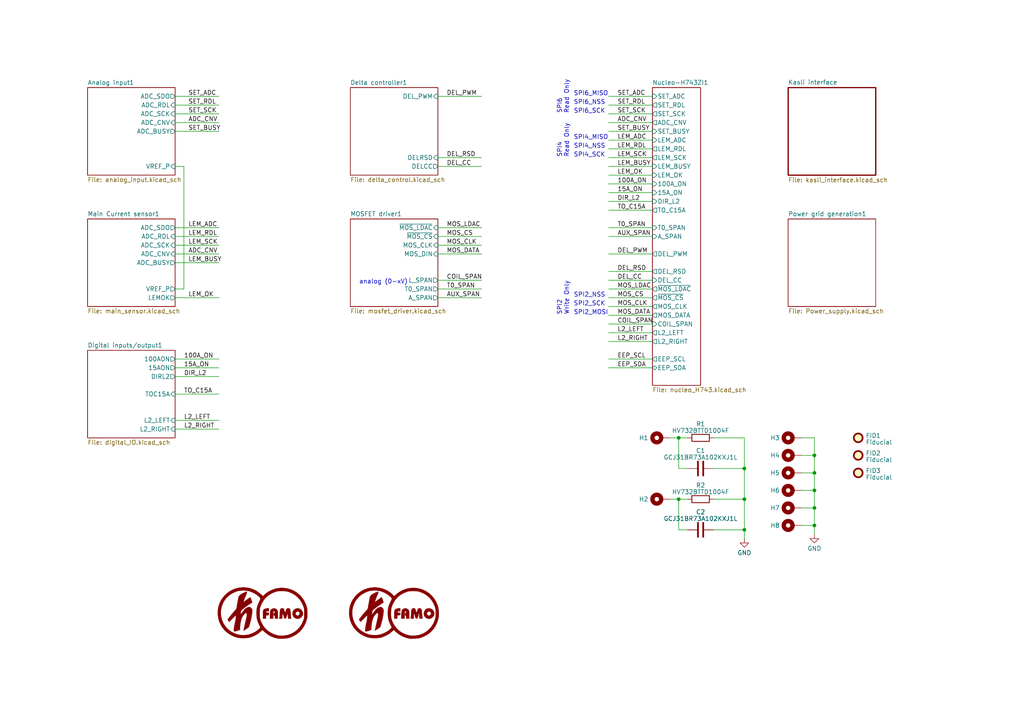
<source format=kicad_sch>
(kicad_sch (version 20230121) (generator eeschema)
  (paper "A4")
  (title_block (title "MOT coils current 100A controller ") (date "2023-11-27") (rev "2_Artiq") (company "Nicolaus Copernicus University in Toruń") (comment 1 "KL FAMO") (comment 2 "Kasli / Sinara compatible version") (comment 4 "designed by Adam Ledziński"))
  (lib_symbols
    (symbol "Device:C" (pin_numbers hide) (pin_names (offset 0.254))
      (property "Reference" "C" (at 0.635 2.54 0))
      (property "Value" "C" (at 0.635 -2.54 0))
      (symbol "C_0_1"
        (polyline (pts (xy -2.032 -0.762) (xy 2.032 -0.762)) (stroke (width 0.508)))
        (polyline (pts (xy -2.032 0.762) (xy 2.032 0.762)) (stroke (width 0.508)))
      )
      (symbol "C_1_1"
        (pin passive line (at 0 3.81 270) (length 2.794) (name "~") (number "1"))
        (pin passive line (at 0 -3.81 90) (length 2.794) (name "~") (number "2"))
      )
    )
    (symbol "Device:R" (pin_numbers hide) (pin_names (offset 0))
      (property "Reference" "R" (at 2.032 0 90))
      (property "Value" "R" (at 0 0 90))
      (symbol "R_0_1"
        (rectangle (start -1.016 -2.54) (end 1.016 2.54) (stroke (width 0.254)))
      )
      (symbol "R_1_1"
        (pin passive line (at 0 3.81 270) (length 1.27) (name "~") (number "1"))
        (pin passive line (at 0 -3.81 90) (length 1.27) (name "~") (number "2"))
      )
    )
    (symbol "Mechanical:Fiducial"
      (property "Reference" "FID" (at 0 5.08 0))
      (property "Value" "Fiducial" (at 0 3.175 0))
      (symbol "Fiducial_0_1"
        (circle (center 0 0) (radius 1.27) (stroke (width 0.508)) (fill (type background)))
      )
    )
    (symbol "Mechanical:MountingHole_Pad" (pin_numbers hide) (pin_names (offset 1.016) hide)
      (property "Reference" "H" (at 0 6.35 0))
      (property "Value" "MountingHole_Pad" (at 0 4.445 0))
      (symbol "MountingHole_Pad_0_1"
        (circle (center 0 1.27) (radius 1.27) (stroke (width 1.27)))
      )
      (symbol "MountingHole_Pad_1_1"
        (pin input line (at 0 -2.54 90) (length 2.54) (name "1") (number "1"))
      )
    )
    (symbol "ff:KL_FAMO_LOGO" (pin_numbers hide) (pin_names (offset 0) hide) (in_bom no)
      (symbol "KL_FAMO_LOGO_0_0"
        (polyline (pts (xy 0.9483 -1.1218) (xy 0.9737 -0.635) (xy 1.3759 -0.6092) (xy 1.778 -0.5834) (xy 1.778 -0.2493) (xy 1.778 0.0847) (xy 1.4061 0.0847) (xy 1.3336 0.0867) (xy 1.0756 0.1426) (xy 0.9573 0.2494) (xy 0.9772 0.3727) (xy 1.1338 0.4777) (xy 1.4256 0.5299) (xy 1.778 0.544) (xy 1.778 0.9493) (xy 1.778 1.3547) (xy 1.4605 1.3527) (xy 1.4269 1.3523) (xy 0.9405 1.3004) (xy 0.5452 1.1705) (xy 0.2752 0.9734) (xy 0.2003 0.8761) (xy 0.1473 0.765) (xy 0.1135 0.6105) (xy 0.0946 0.3812) (xy 0.0865 0.0455) (xy 0.0847 -0.428) (xy 0.0847 -1.6087) (xy 0.5038 -1.6087) (xy 0.9229 -1.6087) (xy 0.9483 -1.1218)) (stroke (width 0.01)) (fill (type outline)))
        (polyline (pts (xy 10.3525 -1.6546) (xy 10.8072 -1.4892) (xy 11.2412 -1.1628) (xy 11.2416 -1.1624) (xy 11.5168 -0.794) (xy 11.6479 -0.3875) (xy 11.6472 0.0305) (xy 11.5267 0.433) (xy 11.2989 0.7933) (xy 10.9759 1.0845) (xy 10.5699 1.28) (xy 10.0931 1.3528) (xy 9.6469 1.2866) (xy 9.2377 1.0797) (xy 8.9181 0.7544) (xy 8.7102 0.3336) (xy 8.6471 -0.086) (xy 9.5053 -0.086) (xy 9.6247 0.1721) (xy 9.7792 0.3563) (xy 10.0458 0.4717) (xy 10.3607 0.4275) (xy 10.5863 0.284) (xy 10.7247 0.0421) (xy 10.7245 -0.245) (xy 10.5772 -0.5389) (xy 10.3899 -0.7046) (xy 10.1177 -0.762) (xy 9.8715 -0.7172) (xy 9.6582 -0.5389) (xy 9.643 -0.5194) (xy 9.5103 -0.2938) (xy 9.5053 -0.086) (xy 8.6471 -0.086) (xy 8.636 -0.1598) (xy 8.6638 -0.4907) (xy 8.8221 -0.9365) (xy 9.1227 -1.2911) (xy 9.568 -1.5584) (xy 9.8892 -1.6559) (xy 10.3525 -1.6546)) (stroke (width 0.01)) (fill (type outline)))
        (polyline (pts (xy 3.048 -0.5594) (xy 3.0481 -0.4399) (xy 3.0523 -0.0315) (xy 3.0652 0.2428) (xy 3.0906 0.4115) (xy 3.1323 0.5031) (xy 3.1939 0.5459) (xy 3.2933 0.5572) (xy 3.4479 0.4541) (xy 3.5333 0.2992) (xy 3.5318 0.1248) (xy 3.3867 0.0245) (xy 3.2927 -0.0215) (xy 3.233 -0.1463) (xy 3.2174 -0.3909) (xy 3.2174 -0.4009) (xy 3.2299 -0.6304) (xy 3.2798 -0.7363) (xy 3.3867 -0.762) (xy 3.4258 -0.7638) (xy 3.5093 -0.8048) (xy 3.5471 -0.9314) (xy 3.556 -1.1853) (xy 3.556 -1.6087) (xy 3.9794 -1.6087) (xy 4.4027 -1.6087) (xy 4.4027 -0.5899) (xy 4.4024 -0.4879) (xy 4.3868 0.0652) (xy 4.3466 0.4641) (xy 4.2808 0.7205) (xy 4.2481 0.7908) (xy 4.0124 1.0864) (xy 3.6906 1.2731) (xy 3.3215 1.3481) (xy 2.9442 1.3083) (xy 2.5976 1.1506) (xy 2.3205 0.8722) (xy 2.2551 0.7511) (xy 2.2051 0.5828) (xy 2.1707 0.3419) (xy 2.1472 -0.0039) (xy 2.1303 -0.4868) (xy 2.1001 -1.6087) (xy 2.574 -1.6087) (xy 3.048 -1.6087) (xy 3.048 -0.5594)) (stroke (width 0.01)) (fill (type outline)))
        (polyline (pts (xy 5.7129 -0.8042) (xy 5.7529 -0.3928) (xy 5.7989 -0.1444) (xy 5.85 -0.0623) (xy 5.9057 -0.1476) (xy 5.9653 -0.4012) (xy 5.9898 -0.5235) (xy 6.0639 -0.8399) (xy 6.1502 -1.1642) (xy 6.1757 -1.2506) (xy 6.2596 -1.4751) (xy 6.3493 -1.5817) (xy 6.4727 -1.6087) (xy 6.5583 -1.6029) (xy 6.6961 -1.5457) (xy 6.8021 -1.4043) (xy 6.8931 -1.1507) (xy 6.9861 -0.7569) (xy 6.9907 -0.7353) (xy 7.0779 -0.375) (xy 7.1571 -0.1372) (xy 7.2218 -0.0326) (xy 7.2654 -0.0723) (xy 7.2814 -0.267) (xy 7.2859 -0.4316) (xy 7.3057 -0.7504) (xy 7.3357 -1.0882) (xy 7.3901 -1.6087) (xy 7.8112 -1.6087) (xy 8.2322 -1.6087) (xy 8.182 -1.1642) (xy 8.1518 -0.8711) (xy 8.1157 -0.4753) (xy 8.0837 -0.0847) (xy 8.0661 0.1371) (xy 8.0183 0.6057) (xy 7.9582 0.9372) (xy 7.8741 1.1546) (xy 7.7544 1.2812) (xy 7.5876 1.3402) (xy 7.3619 1.3547) (xy 7.2872 1.3525) (xy 7.0734 1.3033) (xy 6.9176 1.1682) (xy 6.7972 0.9193) (xy 6.6898 0.5292) (xy 6.6439 0.3527) (xy 6.5767 0.1597) (xy 6.5248 0.0847) (xy 6.4757 0.1519) (xy 6.3997 0.3421) (xy 6.3158 0.6121) (xy 6.2373 0.87) (xy 6.1483 1.1127) (xy 6.0799 1.2471) (xy 6.047 1.2733) (xy 5.8693 1.3315) (xy 5.6222 1.3547) (xy 5.6011 1.3546) (xy 5.3918 1.331) (xy 5.2373 1.2511) (xy 5.1272 1.0921) (xy 5.0511 0.8315) (xy 4.9986 0.4468) (xy 4.9594 -0.0847) (xy 4.9373 -0.4279) (xy 4.9076 -0.8202) (xy 4.8787 -1.1378) (xy 4.8545 -1.3335) (xy 4.8072 -1.6087) (xy 5.2299 -1.6087) (xy 5.6525 -1.6087) (xy 5.7129 -0.8042)) (stroke (width 0.01)) (fill (type outline)))
        (polyline (pts (xy -8.0102 -5.3085) (xy -7.7218 -5.2377) (xy -7.3025 -5.1077) (xy -6.604 -4.8808) (xy -6.604 -4.4067) (xy -6.5857 -3.8803) (xy -6.501 -3.1073) (xy -6.3563 -2.354) (xy -6.1618 -1.6693) (xy -5.9274 -1.1022) (xy -5.8029 -0.8982) (xy -5.611 -0.6395) (xy -5.3904 -0.3761) (xy -5.173 -0.1439) (xy -4.9903 0.0216) (xy -4.8741 0.0847) (xy -4.8079 0.0577) (xy -4.6954 -0.0881) (xy -4.6075 -0.3094) (xy -4.572 -0.5478) (xy -4.572 -0.5521) (xy -4.5928 -0.717) (xy -4.646 -1.0049) (xy -4.7238 -1.3766) (xy -4.8183 -1.7927) (xy -4.897 -2.1298) (xy -5.0335 -2.7272) (xy -5.1709 -3.3402) (xy -5.2887 -3.8787) (xy -5.2941 -3.9038) (xy -5.3837 -4.3117) (xy -5.4648 -4.6652) (xy -5.5285 -4.9272) (xy -5.5661 -5.0605) (xy -5.5273 -5.0721) (xy -5.3761 -4.9994) (xy -5.1364 -4.8544) (xy -4.833 -4.6506) (xy -4.0463 -4.1014) (xy -3.757 -3.1725) (xy -3.7255 -3.0698) (xy -3.5509 -2.442) (xy -3.3907 -1.772) (xy -3.2524 -1.1004) (xy -3.1441 -0.4678) (xy -3.0733 0.0853) (xy -3.048 0.5181) (xy -3.0551 0.8333) (xy -3.0892 1.0486) (xy -3.1685 1.2155) (xy -3.3114 1.3948) (xy -3.3903 1.4785) (xy -3.5916 1.6507) (xy -3.7559 1.7402) (xy -3.7755 1.7443) (xy -4.0186 1.7313) (xy -4.3361 1.6404) (xy -4.6718 1.4917) (xy -4.9695 1.3055) (xy -5.0112 1.273) (xy -5.1266 1.1734) (xy -5.2491 1.0471) (xy -5.3971 0.872) (xy -5.5887 0.6257) (xy -5.8421 0.286) (xy -6.1756 -0.1693) (xy -6.4534 -0.5503) (xy -6.3967 -0.0142) (xy -6.3626 0.243) (xy -6.3088 0.5248) (xy -6.2545 0.7055) (xy -6.2189 0.757) (xy -6.0538 0.9218) (xy -5.7843 1.1524) (xy -5.4348 1.4303) (xy -5.0298 1.7366) (xy -4.5936 2.0528) (xy -4.1508 2.3601) (xy -3.7257 2.6398) (xy -3.0688 3.0579) (xy -3.2188 3.5398) (xy -3.2845 3.7435) (xy -3.393 4.0576) (xy -3.4836 4.2949) (xy -3.5983 4.5681) (xy -4.2333 4.1351) (xy -4.3209 4.0748) (xy -4.6593 3.8316) (xy -4.9724 3.5929) (xy -5.2021 3.4029) (xy -5.3385 3.2902) (xy -5.493 3.1926) (xy -5.5649 3.1905) (xy -5.5665 3.2015) (xy -5.5406 3.3426) (xy -5.4663 3.5955) (xy -5.3572 3.9226) (xy -5.2268 4.2862) (xy -5.0883 4.6486) (xy -4.9554 4.9721) (xy -4.8414 5.2191) (xy -4.7594 5.3994) (xy -4.6631 5.6753) (xy -4.6032 5.9268) (xy -4.5894 6.1099) (xy -4.6312 6.1807) (xy -4.7375 6.1603) (xy -4.9788 6.0777) (xy -5.2902 5.9501) (xy -5.6263 5.7975) (xy -5.9416 5.6398) (xy -6.1906 5.497) (xy -6.5033 5.2768) (xy -6.7993 4.9892) (xy -6.979 4.6762) (xy -7.0698 4.3004) (xy -7.0836 4.2035) (xy -7.1387 3.8676) (xy -7.2125 3.4599) (xy -7.2928 3.048) (xy -7.3212 2.9063) (xy -7.4045 2.4678) (xy -7.4792 2.0454) (xy -7.5319 1.7136) (xy -7.541 1.6517) (xy -7.5838 1.4206) (xy -7.6485 1.2345) (xy -7.7589 1.0515) (xy -7.9389 0.83) (xy -8.2127 0.5283) (xy -8.3803 0.342) (xy -8.7252 -0.0594) (xy -9.1085 -0.5228) (xy -9.4924 -1.0011) (xy -9.8388 -1.4475) (xy -10.1098 -1.815) (xy -10.1194 -1.8319) (xy -10.1023 -1.9897) (xy -9.9476 -2.2371) (xy -9.7086 -2.5504) (xy -8.7805 -1.6138) (xy -8.5937 -1.4266) (xy -8.2916 -1.1297) (xy -8.0424 -0.8922) (xy -7.8678 -0.7345) (xy -7.7896 -0.6773) (xy -7.7709 -0.6901) (xy -7.7466 -0.8248) (xy -7.752 -1.0802) (xy -7.7836 -1.4243) (xy -7.8381 -1.8249) (xy -7.912 -2.2499) (xy -8.0018 -2.667) (xy -8.0584 -2.9139) (xy -8.157 -3.4003) (xy -8.242 -3.8895) (xy -8.3087 -4.348) (xy -8.3525 -4.7422) (xy -8.3688 -5.0385) (xy -8.3529 -5.203) (xy -8.3014 -5.2821) (xy -8.1945 -5.3225) (xy -8.0102 -5.3085)) (stroke (width 0.01)) (fill (type outline)))
        (polyline (pts (xy 5.7574 -7.4123) (xy 6.2322 -7.3965) (xy 6.7438 -7.3586) (xy 7.1755 -7.2957) (xy 7.5777 -7.202) (xy 7.7207 -7.1599) (xy 8.3327 -6.9314) (xy 8.9838 -6.6244) (xy 9.6095 -6.2715) (xy 10.1454 -5.9052) (xy 10.7237 -5.4036) (xy 11.4327 -4.6059) (xy 12.0293 -3.7038) (xy 12.4982 -2.7213) (xy 12.8244 -1.6824) (xy 12.8867 -1.3351) (xy 12.9396 -0.7581) (xy 12.9559 -0.1157) (xy 12.9361 0.5346) (xy 12.8807 1.1353) (xy 12.7904 1.6287) (xy 12.5785 2.324) (xy 12.135 3.3359) (xy 11.5656 4.2509) (xy 10.883 5.0608) (xy 10.1 5.7579) (xy 9.2293 6.3339) (xy 8.2839 6.781) (xy 7.2765 7.0911) (xy 6.2198 7.2562) (xy 5.1268 7.2683) (xy 4.0101 7.1195) (xy 3.9604 7.109) (xy 3.189 6.8872) (xy 2.4044 6.5626) (xy 1.6523 6.1597) (xy 0.9783 5.7025) (xy 0.4279 5.2153) (xy 0.3237 5.1121) (xy 0.1521 4.9675) (xy 0.0447 4.9107) (xy 0.041 4.911) (xy -0.066 4.9755) (xy -0.248 5.1307) (xy -0.4678 5.3451) (xy -0.612 5.4886) (xy -1.3814 6.1168) (xy -2.2595 6.6355) (xy -3.2209 7.0339) (xy -4.2401 7.301) (xy -5.2916 7.4258) (xy -5.6833 7.4341) (xy -6.7847 7.3462) (xy -7.8493 7.0975) (xy -8.8619 6.6937) (xy -9.8072 6.1404) (xy -10.67 5.4431) (xy -11.2774 4.811) (xy -11.9405 3.9208) (xy -12.447 2.9676) (xy -12.7958 1.9539) (xy -12.9858 0.8824) (xy -13.0114 -0.076) (xy -12.1703 -0.076) (xy -12.1186 0.8885) (xy -11.9258 1.8359) (xy -11.5936 2.7488) (xy -11.1237 3.6097) (xy -10.5176 4.4011) (xy -9.7769 5.1054) (xy -9.5158 5.2999) (xy -8.9637 5.6422) (xy -8.344 5.9609) (xy -7.7198 6.2249) (xy -7.1543 6.4028) (xy -7.1072 6.4138) (xy -6.5648 6.4989) (xy -5.9314 6.5406) (xy -5.2706 6.5391) (xy -4.6461 6.494) (xy -4.1216 6.4055) (xy -3.5754 6.2438) (xy -2.6914 5.8671) (xy -1.8536 5.3734) (xy -1.1163 4.7919) (xy -1.056 4.7364) (xy -0.8356 4.523) (xy -0.7038 4.3483) (xy -0.6582 4.1741) (xy -0.696 3.9625) (xy -0.8148 3.6755) (xy -1.0117 3.2749) (xy -1.0412 3.2157) (xy -1.3539 2.5348) (xy -1.573 1.9218) (xy -1.7122 1.3194) (xy -1.7851 0.6697) (xy -1.8052 -0.0847) (xy -1.793 -0.5403) (xy -0.9163 -0.5403) (xy -0.9123 0.1693) (xy -0.9094 0.2643) (xy -0.8895 0.7401) (xy -0.8595 1.1026) (xy -0.8121 1.3997) (xy -0.7401 1.6794) (xy -0.6361 1.9897) (xy -0.268 2.8444) (xy 0.2813 3.7424) (xy 0.9544 4.5263) (xy 1.7468 5.192) (xy 2.6543 5.7352) (xy 3.6723 6.1517) (xy 3.7414 6.1741) (xy 4.0442 6.2633) (xy 4.3236 6.3228) (xy 4.6278 6.3589) (xy 5.005 6.3775) (xy 5.5034 6.3848) (xy 5.9248 6.3844) (xy 6.3444 6.3714) (xy 6.6821 6.3399) (xy 6.9864 6.2847) (xy 7.306 6.2011) (xy 7.4447 6.1594) (xy 8.4478 5.763) (xy 9.3519 5.2317) (xy 10.1492 4.5728) (xy 10.832 3.7938) (xy 11.3924 2.9021) (xy 11.8227 1.905) (xy 11.8355 1.8678) (xy 11.9229 1.5992) (xy 11.9839 1.3611) (xy 12.0233 1.1137) (xy 12.0459 0.8169) (xy 12.0563 0.4308) (xy 12.0594 -0.0847) (xy 12.0596 -0.2005) (xy 12.0572 -0.6843) (xy 12.0464 -1.0465) (xy 12.0225 -1.3269) (xy 11.9807 -1.5652) (xy 11.9164 -1.8011) (xy 11.8249 -2.0743) (xy 11.4256 -3.0131) (xy 10.8756 -3.9172) (xy 10.2065 -4.7036) (xy 9.4234 -5.3675) (xy 8.5313 -5.9038) (xy 7.5354 -6.3077) (xy 7.4116 -6.345) (xy 6.8146 -6.4749) (xy 6.1447 -6.5566) (xy 5.4598 -6.5871) (xy 4.8175 -6.5632) (xy 4.2757 -6.482) (xy 3.3661 -6.2122) (xy 2.3919 -5.7741) (xy 1.5272 -5.2082) (xy 0.7748 -4.5167) (xy 0.1372 -3.7016) (xy -0.3828 -2.7651) (xy -0.4058 -2.7152) (xy -0.6304 -2.1716) (xy -0.7844 -1.661) (xy -0.8767 -1.1338) (xy -0.9163 -0.5403) (xy -1.793 -0.5403) (xy -1.7874 -0.7503) (xy -1.7172 -1.4265) (xy -1.5809 -2.0478) (xy -1.3652 -2.6732) (xy -1.0564 -3.3616) (xy -0.9438 -3.5956) (xy -0.8063 -3.8893) (xy -0.7122 -4.1005) (xy -0.6773 -4.1947) (xy -0.7168 -4.2649) (xy -0.8597 -4.4237) (xy -1.0757 -4.6328) (xy -1.3317 -4.8617) (xy -1.5944 -5.0797) (xy -1.8307 -5.2565) (xy -1.8529 -5.2717) (xy -2.5537 -5.6832) (xy -3.3288 -6.0279) (xy -4.0947 -6.2683) (xy -4.1662 -6.2848) (xy -4.8997 -6.3957) (xy -5.7007 -6.4288) (xy -6.4964 -6.3842) (xy -7.2142 -6.2619) (xy -7.3797 -6.2185) (xy -8.2846 -5.8859) (xy -9.154 -5.4112) (xy -9.951 -4.8176) (xy -10.6388 -4.128) (xy -10.9342 -3.7537) (xy -11.463 -2.8963) (xy -11.8442 -1.9859) (xy -12.0794 -1.0399) (xy -12.1703 -0.076) (xy -13.0114 -0.076) (xy -13.0159 -0.2444) (xy -12.9926 -0.6271) (xy -12.8699 -1.5314) (xy -12.6442 -2.3618) (xy -12.2996 -3.1685) (xy -11.82 -4.0017) (xy -11.6373 -4.272) (xy -10.9638 -5.0743) (xy -10.164 -5.7779) (xy -9.2548 -6.3693) (xy -8.2532 -6.8349) (xy -7.825 -6.9863) (xy -7.2492 -7.141) (xy -6.66 -7.2339) (xy -6.007 -7.2721) (xy -5.24 -7.2629) (xy -4.8772 -7.2472) (xy -4.4387 -7.2158) (xy -4.0872 -7.1685) (xy -3.7729 -7.0979) (xy -3.4465 -6.9968) (xy -3.1443 -6.8889) (xy -2.1455 -6.4463) (xy -1.2685 -5.909) (xy -0.4911 -5.2639) (xy -0.0933 -4.8832) (xy 0.4566 -5.3976) (xy 0.485 -5.424) (xy 1.3619 -6.1381) (xy 2.2934 -6.6979) (xy 3.3002 -7.1139) (xy 4.4027 -7.3966) (xy 4.4206 -7.3993) (xy 4.6088 -7.4115) (xy 4.9202 -7.4181) (xy 5.3161 -7.4185) (xy 5.7574 -7.4123)) (stroke (width 0.01)) (fill (type outline)))
      )
    )
    (symbol "power:GND" (power) (pin_names (offset 0))
      (property "Value" "GND" (at 0 -3.81 0))
      (symbol "GND_0_1"
        (polyline (pts (xy 0 0) (xy 0 -1.27) (xy 1.27 -1.27) (xy 0 -2.54) (xy -1.27 -1.27) (xy 0 -1.27)))
      )
      (symbol "GND_1_1"
        (pin power_in line (at 0 0 270) (length 0) hide (name "GND") (number "1"))
      )
    )
  )
  (junction (at 196.85 127))
  (junction (at 236.22 142.24))
  (junction (at 236.22 137.16))
  (junction (at 215.9 135.89))
  (junction (at 196.85 144.78))
  (junction (at 215.9 153.67))
  (junction (at 236.22 152.4))
  (junction (at 236.22 147.32))
  (junction (at 215.9 144.78))
  (junction (at 236.22 132.08))
  (wire (pts (xy 196.85 135.89) (xy 196.85 127)))
  (wire (pts (xy 232.41 142.24) (xy 236.22 142.24)))
  (wire (pts (xy 139.7 66.04) (xy 127 66.04)))
  (wire (pts (xy 127 83.82) (xy 139.7 83.82)))
  (wire (pts (xy 194.31 127) (xy 196.85 127)))
  (wire (pts (xy 176.53 35.56) (xy 189.23 35.56)))
  (wire (pts (xy 189.23 99.06) (xy 176.53 99.06)))
  (wire (pts (xy 215.9 156.21) (xy 215.9 153.67)))
  (wire (pts (xy 50.8 35.56) (xy 63.5 35.56)))
  (wire (pts (xy 139.7 68.58) (xy 127 68.58)))
  (wire (pts (xy 63.5 106.68) (xy 50.8 106.68)))
  (wire (pts (xy 232.41 127) (xy 236.22 127)))
  (wire (pts (xy 236.22 142.24) (xy 236.22 147.32)))
  (wire (pts (xy 53.34 83.82) (xy 53.34 48.26)))
  (wire (pts (xy 196.85 144.78) (xy 199.39 144.78)))
  (wire (pts (xy 63.5 38.1) (xy 50.8 38.1)))
  (wire (pts (xy 63.5 114.3) (xy 50.8 114.3)))
  (wire (pts (xy 189.23 48.26) (xy 176.53 48.26)))
  (wire (pts (xy 139.7 48.26) (xy 127 48.26)))
  (wire (pts (xy 189.23 60.96) (xy 176.53 60.96)))
  (wire (pts (xy 139.7 27.94) (xy 127 27.94)))
  (wire (pts (xy 63.5 109.22) (xy 50.8 109.22)))
  (wire (pts (xy 232.41 147.32) (xy 236.22 147.32)))
  (wire (pts (xy 189.23 53.34) (xy 176.53 53.34)))
  (wire (pts (xy 189.23 91.44) (xy 176.53 91.44)))
  (wire (pts (xy 189.23 38.1) (xy 176.53 38.1)))
  (wire (pts (xy 50.8 33.02) (xy 63.5 33.02)))
  (wire (pts (xy 139.7 81.28) (xy 127 81.28)))
  (wire (pts (xy 176.53 106.68) (xy 189.23 106.68)))
  (wire (pts (xy 236.22 154.94) (xy 236.22 152.4)))
  (wire (pts (xy 232.41 132.08) (xy 236.22 132.08)))
  (wire (pts (xy 50.8 73.66) (xy 63.5 73.66)))
  (wire (pts (xy 176.53 104.14) (xy 189.23 104.14)))
  (wire (pts (xy 127 86.36) (xy 139.7 86.36)))
  (wire (pts (xy 176.53 45.72) (xy 189.23 45.72)))
  (wire (pts (xy 215.9 135.89) (xy 215.9 144.78)))
  (wire (pts (xy 63.5 104.14) (xy 50.8 104.14)))
  (wire (pts (xy 207.01 144.78) (xy 215.9 144.78)))
  (wire (pts (xy 207.01 127) (xy 215.9 127)))
  (wire (pts (xy 207.01 153.67) (xy 215.9 153.67)))
  (wire (pts (xy 176.53 68.58) (xy 189.23 68.58)))
  (wire (pts (xy 189.23 96.52) (xy 176.53 96.52)))
  (wire (pts (xy 215.9 127) (xy 215.9 135.89)))
  (wire (pts (xy 50.8 30.48) (xy 63.5 30.48)))
  (wire (pts (xy 189.23 78.74) (xy 176.53 78.74)))
  (wire (pts (xy 50.8 68.58) (xy 63.5 68.58)))
  (wire (pts (xy 199.39 153.67) (xy 196.85 153.67)))
  (wire (pts (xy 189.23 58.42) (xy 176.53 58.42)))
  (wire (pts (xy 63.5 27.94) (xy 50.8 27.94)))
  (wire (pts (xy 176.53 33.02) (xy 189.23 33.02)))
  (wire (pts (xy 194.31 144.78) (xy 196.85 144.78)))
  (wire (pts (xy 196.85 153.67) (xy 196.85 144.78)))
  (wire (pts (xy 236.22 152.4) (xy 232.41 152.4)))
  (wire (pts (xy 176.53 30.48) (xy 189.23 30.48)))
  (wire (pts (xy 50.8 83.82) (xy 53.34 83.82)))
  (wire (pts (xy 196.85 127) (xy 199.39 127)))
  (wire (pts (xy 189.23 88.9) (xy 176.53 88.9)))
  (wire (pts (xy 236.22 147.32) (xy 236.22 152.4)))
  (wire (pts (xy 189.23 86.36) (xy 176.53 86.36)))
  (wire (pts (xy 63.5 86.36) (xy 50.8 86.36)))
  (wire (pts (xy 50.8 71.12) (xy 63.5 71.12)))
  (wire (pts (xy 139.7 73.66) (xy 127 73.66)))
  (wire (pts (xy 176.53 43.18) (xy 189.23 43.18)))
  (wire (pts (xy 189.23 83.82) (xy 176.53 83.82)))
  (wire (pts (xy 199.39 135.89) (xy 196.85 135.89)))
  (wire (pts (xy 176.53 66.04) (xy 189.23 66.04)))
  (wire (pts (xy 63.5 76.2) (xy 50.8 76.2)))
  (wire (pts (xy 63.5 124.46) (xy 50.8 124.46)))
  (wire (pts (xy 189.23 40.64) (xy 176.53 40.64)))
  (wire (pts (xy 189.23 93.98) (xy 176.53 93.98)))
  (wire (pts (xy 63.5 121.92) (xy 50.8 121.92)))
  (wire (pts (xy 236.22 132.08) (xy 236.22 137.16)))
  (wire (pts (xy 236.22 127) (xy 236.22 132.08)))
  (wire (pts (xy 189.23 50.8) (xy 176.53 50.8)))
  (wire (pts (xy 189.23 81.28) (xy 176.53 81.28)))
  (wire (pts (xy 232.41 137.16) (xy 236.22 137.16)))
  (wire (pts (xy 189.23 55.88) (xy 176.53 55.88)))
  (wire (pts (xy 215.9 144.78) (xy 215.9 153.67)))
  (wire (pts (xy 189.23 27.94) (xy 176.53 27.94)))
  (wire (pts (xy 63.5 66.04) (xy 50.8 66.04)))
  (wire (pts (xy 236.22 137.16) (xy 236.22 142.24)))
  (wire (pts (xy 207.01 135.89) (xy 215.9 135.89)))
  (wire (pts (xy 139.7 45.72) (xy 127 45.72)))
  (wire (pts (xy 53.34 48.26) (xy 50.8 48.26)))
  (wire (pts (xy 139.7 71.12) (xy 127 71.12)))
  (wire (pts (xy 189.23 73.66) (xy 176.53 73.66)))
  (text "SPI6_MISO" (at 166.37 27.94 0) (effects (font (size 1.27 1.27)) (justify left bottom)))
  (text "SPI2_NSS" (at 166.37 86.36 0) (effects (font (size 1.27 1.27)) (justify left bottom)))
  (text "SPI2\nWrite Only" (at 165.1 91.44 90) (effects (font (size 1.27 1.27)) (justify left bottom)))
  (text "SPI4\nRead Only" (at 165.1 45.72 90) (effects (font (size 1.27 1.27)) (justify left bottom)))
  (text "SPI2_MOSI" (at 166.37 91.44 0) (effects (font (size 1.27 1.27)) (justify left bottom)))
  (text "SPI2_SCK" (at 166.37 88.9 0) (effects (font (size 1.27 1.27)) (justify left bottom)))
  (text "SPI4_MISO" (at 166.37 40.64 0) (effects (font (size 1.27 1.27)) (justify left bottom)))
  (text "SPI4_SCK" (at 166.37 45.72 0) (effects (font (size 1.27 1.27)) (justify left bottom)))
  (text "SPI6_NSS" (at 166.37 30.48 0) (effects (font (size 1.27 1.27)) (justify left bottom)))
  (text "analog (0-xV)" (at 104.14 82.55 0) (effects (font (size 1.27 1.27)) (justify left bottom)))
  (text "SPI6_SCK" (at 166.37 33.02 0) (effects (font (size 1.27 1.27)) (justify left bottom)))
  (text "SPI6\nRead Only" (at 165.1 33.02 90) (effects (font (size 1.27 1.27)) (justify left bottom)))
  (text "SPI4_NSS" (at 166.37 43.18 0) (effects (font (size 1.27 1.27)) (justify left bottom)))
  (label "MOS_CLK" (at 129.54 71.12 0))
  (label "LEM_OK" (at 179.07 50.8 0))
  (label "LEM_OK" (at 54.61 86.36 0))
  (label "L2_LEFT" (at 53.34 121.92 0))
  (label "SET_BUSY" (at 179.07 38.1 0))
  (label "EEP_SCL" (at 179.07 104.14 0))
  (label "DIR_L2" (at 179.07 58.42 0))
  (label "LEM_BUSY" (at 54.61 76.2 0))
  (label "MOS_LDAC" (at 179.07 83.82 0))
  (label "15A_ON" (at 53.34 106.68 0))
  (label "L2_RIGHT" (at 179.07 99.06 0))
  (label "L2_LEFT" (at 179.07 96.52 0))
  (label "ADC_CNV" (at 179.07 35.56 0))
  (label "100A_ON" (at 53.34 104.14 0))
  (label "SET_RDL" (at 179.07 30.48 0))
  (label "LEM_BUSY" (at 179.07 48.26 0))
  (label "LEM_RDL" (at 179.07 43.18 0))
  (label "DEL_CC" (at 129.54 48.26 0))
  (label "TO_C15A" (at 179.07 60.96 0))
  (label "ADC_CNV" (at 54.61 35.56 0))
  (label "100A_ON" (at 179.07 53.34 0))
  (label "COIL_SPAN" (at 129.54 81.28 0))
  (label "T0_SPAN" (at 129.54 83.82 0))
  (label "DEL_PWM" (at 179.07 73.66 0))
  (label "SET_SCK" (at 179.07 33.02 0))
  (label "LEM_RDL" (at 54.61 68.58 0))
  (label "ADC_CNV" (at 54.61 73.66 0))
  (label "AUX_SPAN" (at 129.54 86.36 0))
  (label "LEM_ADC" (at 179.07 40.64 0))
  (label "MOS_LDAC" (at 129.54 66.04 0))
  (label "MOS_CS" (at 179.07 86.36 0))
  (label "LEM_SCK" (at 54.61 71.12 0))
  (label "DEL_PWM" (at 129.54 27.94 0))
  (label "MOS_CS" (at 129.54 68.58 0))
  (label "SET_RDL" (at 54.61 30.48 0))
  (label "TO_C15A" (at 53.34 114.3 0))
  (label "SET_BUSY" (at 54.61 38.1 0))
  (label "DIR_L2" (at 53.34 109.22 0))
  (label "DEL_RSD" (at 179.07 78.74 0))
  (label "15A_ON" (at 179.07 55.88 0))
  (label "MOS_DATA" (at 179.07 91.44 0))
  (label "AUX_SPAN" (at 179.07 68.58 0))
  (label "SET_ADC" (at 179.07 27.94 0))
  (label "L2_RIGHT" (at 53.34 124.46 0))
  (label "LEM_SCK" (at 179.07 45.72 0))
  (label "DEL_CC" (at 179.07 81.28 0))
  (label "SET_SCK" (at 54.61 33.02 0))
  (label "DEL_RSD" (at 129.54 45.72 0))
  (label "T0_SPAN" (at 179.07 66.04 0))
  (label "SET_ADC" (at 54.61 27.94 0))
  (label "EEP_SDA" (at 179.07 106.68 0))
  (label "MOS_CLK" (at 179.07 88.9 0))
  (label "COIL_SPAN" (at 179.07 93.98 0))
  (label "LEM_ADC" (at 54.61 66.04 0))
  (label "MOS_DATA" (at 129.54 73.66 0))
  (symbol (lib_id "ff:KL_FAMO_LOGO") (at 114.3 177.8 0) (unit 1) (in_bom no)
    (property "Reference" "G2" (effects hide))
    (property "Value" "KL_FAMO_LOGO" (effects hide))
    (property "Footprint" "ff_lib_7:kl_famo_logo_small" (effects hide))
    (property "Sim.Enable" "0" (effects hide))
  )
  (symbol (lib_id "Device:C") (at 203.2 135.89 90) (unit 1)
    (property "Reference" "C1" (at 203.2 130.7211 90))
    (property "Value" "GCJ31BR73A102KXJ1L" (at 203.2 132.6421 90))
    (property "Footprint" "Capacitor_SMD:C_1206_3216Metric" (effects hide))
  )
  (symbol (lib_id "Mechanical:MountingHole_Pad") (at 229.87 147.32 90) (unit 1)
    (property "Reference" "H7" (at 224.79 147.32 90))
    (property "Value" "MountingHole_Pad" (effects hide))
    (property "Footprint" "MountingHole:MountingHole_3.2mm_M3_DIN965_Pad" (effects hide))
  )
  (symbol (lib_id "power:GND") (at 236.22 154.94 0) (unit 1)
    (property "Reference" "#PWR02" (effects hide))
    (property "Value" "GND" (at 236.22 159.0755 0))
  )
  (symbol (lib_id "Device:C") (at 203.2 153.67 90) (unit 1)
    (property "Reference" "C2" (at 203.2 148.5011 90))
    (property "Value" "GCJ31BR73A102KXJ1L" (at 203.2 150.4221 90))
    (property "Footprint" "Capacitor_SMD:C_1206_3216Metric" (effects hide))
  )
  (symbol (lib_id "Device:R") (at 203.2 144.78 90) (unit 1)
    (property "Reference" "R2" (at 203.2 140.7541 90))
    (property "Value" "HV732BTTD1004F" (at 203.2 142.6751 90))
    (property "Footprint" "Resistor_SMD:R_1206_3216Metric" (effects hide))
  )
  (symbol (lib_id "Mechanical:MountingHole_Pad") (at 191.77 127 90) (unit 1)
    (property "Reference" "H1" (at 186.69 127 90))
    (property "Value" "MountingHole_Pad" (effects hide))
    (property "Footprint" "MountingHole:MountingHole_2.7mm_M2.5_DIN965_Pad" (effects hide))
  )
  (symbol (lib_id "Mechanical:MountingHole_Pad") (at 229.87 152.4 90) (unit 1)
    (property "Reference" "H8" (at 224.79 152.4 90))
    (property "Value" "MountingHole_Pad" (effects hide))
    (property "Footprint" "MountingHole:MountingHole_3.2mm_M3_DIN965_Pad" (effects hide))
  )
  (symbol (lib_id "Mechanical:Fiducial") (at 248.92 137.16 0) (unit 1)
    (property "Reference" "FID3" (at 251.079 136.5163 0) (effects (justify left)))
    (property "Value" "Fiducial" (at 251.079 138.4373 0) (effects (justify left)))
    (property "Footprint" "Fiducial:Fiducial_0.5mm_Mask1.5mm" (effects hide))
  )
  (symbol (lib_id "Mechanical:MountingHole_Pad") (at 229.87 137.16 90) (unit 1)
    (property "Reference" "H5" (at 224.79 137.16 90))
    (property "Value" "MountingHole_Pad" (effects hide))
    (property "Footprint" "MountingHole:MountingHole_3.2mm_M3_DIN965_Pad" (effects hide))
  )
  (symbol (lib_id "power:GND") (at 215.9 156.21 0) (unit 1)
    (property "Reference" "#PWR01" (effects hide))
    (property "Value" "GND" (at 215.9 160.3455 0))
  )
  (symbol (lib_id "Mechanical:MountingHole_Pad") (at 229.87 127 90) (unit 1)
    (property "Reference" "H3" (at 224.79 127 90))
    (property "Value" "MountingHole_Pad" (effects hide))
    (property "Footprint" "MountingHole:MountingHole_3.2mm_M3_DIN965_Pad" (effects hide))
  )
  (symbol (lib_id "Mechanical:Fiducial") (at 248.92 132.08 0) (unit 1)
    (property "Reference" "FID2" (at 251.079 131.4363 0) (effects (justify left)))
    (property "Value" "Fiducial" (at 251.079 133.3573 0) (effects (justify left)))
    (property "Footprint" "Fiducial:Fiducial_0.5mm_Mask1.5mm" (effects hide))
  )
  (symbol (lib_id "Device:R") (at 203.2 127 90) (unit 1)
    (property "Reference" "R1" (at 203.2 122.9741 90))
    (property "Value" "HV732BTTD1004F" (at 203.2 124.8951 90))
    (property "Footprint" "Resistor_SMD:R_1206_3216Metric" (effects hide))
  )
  (symbol (lib_id "Mechanical:MountingHole_Pad") (at 229.87 142.24 90) (unit 1)
    (property "Reference" "H6" (at 224.79 142.24 90))
    (property "Value" "MountingHole_Pad" (effects hide))
    (property "Footprint" "MountingHole:MountingHole_3.2mm_M3_DIN965_Pad" (effects hide))
  )
  (symbol (lib_id "ff:KL_FAMO_LOGO") (at 76.2 177.8 0) (unit 1) (in_bom no)
    (property "Reference" "G1" (effects hide))
    (property "Value" "KL_FAMO_LOGO" (effects hide))
    (property "Footprint" "ff_lib_7:kl_famo_logo" (effects hide))
    (property "Sim.Enable" "0" (effects hide))
  )
  (symbol (lib_id "Mechanical:MountingHole_Pad") (at 229.87 132.08 90) (unit 1)
    (property "Reference" "H4" (at 224.79 132.08 90))
    (property "Value" "MountingHole_Pad" (effects hide))
    (property "Footprint" "MountingHole:MountingHole_3.2mm_M3_DIN965_Pad" (effects hide))
  )
  (symbol (lib_id "Mechanical:MountingHole_Pad") (at 191.77 144.78 90) (unit 1)
    (property "Reference" "H2" (at 186.69 144.78 90))
    (property "Value" "MountingHole_Pad" (effects hide))
    (property "Footprint" "MountingHole:MountingHole_2.7mm_M2.5_DIN965_Pad" (effects hide))
  )
  (symbol (lib_id "Mechanical:Fiducial") (at 248.92 127 0) (unit 1)
    (property "Reference" "FID1" (at 251.079 126.3563 0) (effects (justify left)))
    (property "Value" "Fiducial" (at 251.079 128.2773 0) (effects (justify left)))
    (property "Footprint" "Fiducial:Fiducial_0.5mm_Mask1.5mm" (effects hide))
  )
  (sheet (at 189.23 25.4) (size 13.97 86.36)
    (property "Sheetname" "Nucleo-H743ZI1" (at 189.23 24.6884 0) (effects (justify left bottom)))
    (property "Sheetfile" "nucleo_H743.kicad_sch" (at 189.23 112.3446 0) (effects (justify left top)))
    (pin "SET_ADC" input (at 189.23 27.94 180))
    (pin "SET_RDL" output (at 189.23 30.48 180))
    (pin "SET_SCK" output (at 189.23 33.02 180))
    (pin "ADC_CNV" output (at 189.23 35.56 180))
    (pin "SET_BUSY" input (at 189.23 38.1 180))
    (pin "LEM_ADC" input (at 189.23 40.64 180))
    (pin "LEM_RDL" output (at 189.23 43.18 180))
    (pin "LEM_SCK" output (at 189.23 45.72 180))
    (pin "LEM_BUSY" input (at 189.23 48.26 180))
    (pin "LEM_OK" input (at 189.23 50.8 180))
    (pin "100A_ON" input (at 189.23 53.34 180))
    (pin "15A_ON" input (at 189.23 55.88 180))
    (pin "DIR_L2" input (at 189.23 58.42 180))
    (pin "TO_C15A" output (at 189.23 60.96 180))
    (pin "DEL_RSD" output (at 189.23 78.74 180))
    (pin "DEL_CC" input (at 189.23 81.28 180))
    (pin "~{MOS_LDAC}" output (at 189.23 83.82 180))
    (pin "~{MOS_CS}" output (at 189.23 86.36 180))
    (pin "MOS_CLK" output (at 189.23 88.9 180))
    (pin "MOS_DATA" output (at 189.23 91.44 180))
    (pin "COIL_SPAN" input (at 189.23 93.98 180))
    (pin "L2_LEFT" output (at 189.23 96.52 180))
    (pin "L2_RIGHT" output (at 189.23 99.06 180))
    (pin "EEP_SCL" output (at 189.23 104.14 180))
    (pin "EEP_SDA" bidirectional (at 189.23 106.68 180))
    (pin "DEL_PWM" output (at 189.23 73.66 180))
    (pin "A_SPAN" input (at 189.23 68.58 180))
    (pin "T0_SPAN" input (at 189.23 66.04 180))
  )
  (sheet (at 25.4 25.4) (size 25.4 25.4)
    (property "Sheetname" "Analog input1" (at 25.4 24.6884 0) (effects (justify left bottom)))
    (property "Sheetfile" "analog_input.kicad_sch" (at 25.4 51.3846 0) (effects (justify left top)))
    (pin "VREF_P" input (at 50.8 48.26 0))
    (pin "ADC_SDO" output (at 50.8 27.94 0))
    (pin "ADC_RDL" input (at 50.8 30.48 0))
    (pin "ADC_SCK" input (at 50.8 33.02 0))
    (pin "ADC_CNV" input (at 50.8 35.56 0))
    (pin "ADC_BUSY" output (at 50.8 38.1 0))
  )
  (sheet (at 228.6 63.5) (size 25.4 25.4)
    (property "Sheetname" "Power grid generation1" (at 228.6 62.7884 0) (effects (justify left bottom)))
    (property "Sheetfile" "Power_supply.kicad_sch" (at 228.6 89.4846 0) (effects (justify left top)))
  )
  (sheet (at 228.6 25.4) (size 25.4 25.4) (stroke (width 0.3048))
    (property "Sheetname" "Kasli interface" (at 228.6 24.6122 0) (effects (justify left bottom)))
    (property "Sheetfile" "kasli_interface.kicad_sch" (at 228.6 51.4608 0) (effects (justify left top)))
  )
  (sheet (at 101.6 63.5) (size 25.4 25.4)
    (property "Sheetname" "MOSFET driver1" (at 101.6 62.7884 0) (effects (justify left bottom)))
    (property "Sheetfile" "mosfet_driver.kicad_sch" (at 101.6 89.4846 0) (effects (justify left top)))
    (pin "~{MOS_LDAC}" input (at 127 66.04 0))
    (pin "~{MOS_CS}" input (at 127 68.58 0))
    (pin "MOS_CLK" input (at 127 71.12 0))
    (pin "MOS_DIN" input (at 127 73.66 0))
    (pin "L_SPAN" output (at 127 81.28 0))
    (pin "T0_SPAN" output (at 127 83.82 0))
    (pin "A_SPAN" output (at 127 86.36 0))
  )
  (sheet (at 25.4 101.6) (size 25.4 25.4)
    (property "Sheetname" "Digital inputs/output1" (at 25.4 100.8884 0) (effects (justify left bottom)))
    (property "Sheetfile" "digital_IO.kicad_sch" (at 25.4 127.5846 0) (effects (justify left top)))
    (pin "100AON" output (at 50.8 104.14 0))
    (pin "15AON" output (at 50.8 106.68 0))
    (pin "DIRL2" output (at 50.8 109.22 0))
    (pin "TOC15A" input (at 50.8 114.3 0))
    (pin "L2_LEFT" input (at 50.8 121.92 0))
    (pin "L2_RIGHT" input (at 50.8 124.46 0))
  )
  (sheet (at 101.6 25.4) (size 25.4 25.4)
    (property "Sheetname" "Delta controller1" (at 101.6 24.6884 0) (effects (justify left bottom)))
    (property "Sheetfile" "delta_control.kicad_sch" (at 101.6 51.3846 0) (effects (justify left top)))
    (pin "DELRSD" input (at 127 45.72 0))
    (pin "DELCC" output (at 127 48.26 0))
    (pin "DEL_PWM" input (at 127 27.94 0))
  )
  (sheet (at 25.4 63.5) (size 25.4 25.4)
    (property "Sheetname" "Main Current sensor1" (at 25.4 62.7884 0) (effects (justify left bottom)))
    (property "Sheetfile" "main_sensor.kicad_sch" (at 25.4 89.4846 0) (effects (justify left top)))
    (pin "LEMOK" output (at 50.8 86.36 0))
    (pin "VREF_P" output (at 50.8 83.82 0))
    (pin "ADC_SDO" output (at 50.8 66.04 0))
    (pin "ADC_RDL" input (at 50.8 68.58 0))
    (pin "ADC_SCK" input (at 50.8 71.12 0))
    (pin "ADC_CNV" input (at 50.8 73.66 0))
    (pin "ADC_BUSY" output (at 50.8 76.2 0))
  )
)
</source>
